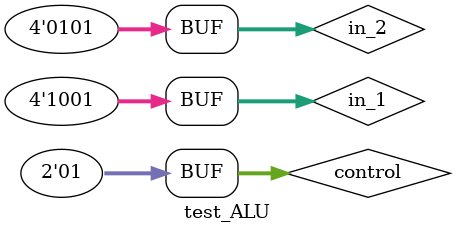
<source format=v>
`timescale 1ns / 1ps


module test_ALU;

	// Inputs
	reg [3:0] in_1;
	reg [3:0] in_2;
	reg [1:0] control;

	// Outputs
	wire [4:0] out;

	// Instantiate the Unit Under Test (UUT)
	ALU uut (
		.in_1(in_1), 
		.in_2(in_2), 
		.control(control), 
		.out(out)
	);

	initial begin
		// Initialize Inputs
		in_1 = 0;
		in_2 = 0;
		control = 0;

		// Wait 100 ns for global reset to finish
		#100;
		
		in_1 = 5;
		in_2 = 12;
		control = 0;
		#100;
		
		in_1 = 3;
		in_2 = 8;
		control = 1;
		#100;
		
		in_1 = 3;
		in_2 = 2;
		control = 2;
		#100;
		
		in_1 = 14;
		in_2 = 8;
		control = 3;
		#100;
		
		in_1 = 3;
		in_2 = 10;
		control = 2;
		#100;
		
		in_1 = 9;
		in_2 = 5;
		control = 1;
		#100;
        
		// Add stimulus here

	end
      
endmodule


</source>
